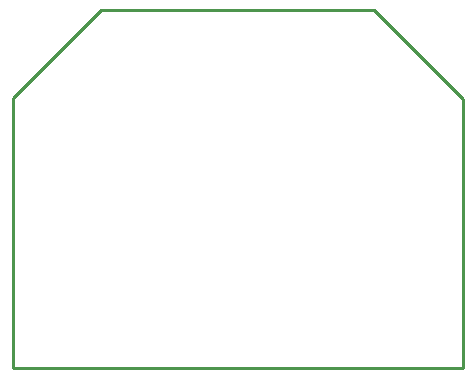
<source format=gko>
G04 Layer: BoardOutline*
G04 EasyEDA v6.3.22, 2020-02-03T21:01:26+03:00*
G04 c6d23c78c2874b16bdfd2071edabb350,ca54920fb7ea4c169f3d1b618bee327e,10*
G04 Gerber Generator version 0.2*
G04 Scale: 100 percent, Rotated: No, Reflected: No *
G04 Dimensions in inches *
G04 leading zeros omitted , absolute positions ,2 integer and 4 decimal *
%FSLAX24Y24*%
%MOIN*%
G90*
G70D02*

%ADD10C,0.010000*%
G54D10*
G01X0Y9000D02*
G01X2950Y11950D01*
G01X12050Y11950D01*
G01X15000Y8967D01*
G01X15000Y0D01*
G01X0Y0D01*
G01X0Y9000D01*

%LPD*%
M00*
M02*

</source>
